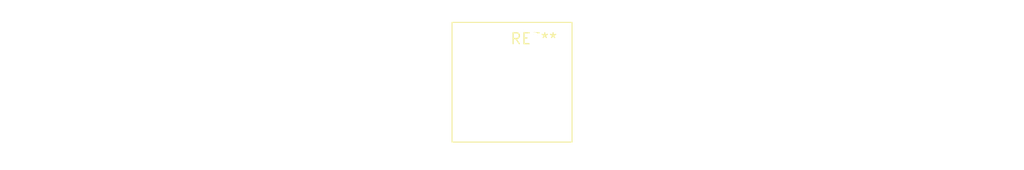
<source format=kicad_pcb>
(kicad_pcb (version 20240108) (generator pcbnew)
  (layers (0 "F.Cu" signal) (31 "B.Cu" signal) (34 "B.Paste" user) (35 "F.Paste" user) (36 "B.SilkS" user "B.Silkscreen") (37 "F.SilkS" user "F.Silkscreen") (38 "B.Mask" user) (39 "F.Mask" user) (44 "Edge.Cuts" user))
  (net 0 "")
  (footprint "SW_Cherry_MX_6.25u_PCB" (layer "F.Cu") (at 0 0)
    (property "Reference" "REF**")
    (property "Value" "SW_Cherry_MX_6.25u_PCB")
    (fp_line (start -9.525 -1.905) (end 4.445 -1.905) (layer "F.SilkS") (stroke (width 0.12)))
    (fp_line (start -9.525 12.065) (end -9.525 -1.905) (layer "F.SilkS") (stroke (width 0.12)))
    (fp_line (start 4.445 -1.905) (end 4.445 12.065) (layer "F.SilkS") (stroke (width 0.12)))
    (fp_line (start 4.445 12.065) (end -9.525 12.065) (layer "F.SilkS") (stroke (width 0.12)))
    (pad "" np_thru_hole circle (at -52.54 -1.92) (size 3.05 3.05) (drill 3.05) (layers *.Cu *.Mask))
    (pad "" np_thru_hole circle (at -52.54 13.32) (size 4 4) (drill 4) (layers *.Cu *.Mask))
    (pad "" np_thru_hole circle (at -7.62 5.08) (size 1.7 1.7) (drill 1.7) (layers *.Cu *.Mask))
    (pad "" np_thru_hole circle (at -2.54 5.08) (size 4 4) (drill 4) (layers *.Cu *.Mask))
    (pad "" np_thru_hole circle (at 2.54 5.08) (size 1.7 1.7) (drill 1.7) (layers *.Cu *.Mask))
    (pad "" np_thru_hole circle (at 47.46 -1.92) (size 3.05 3.05) (drill 3.05) (layers *.Cu *.Mask))
    (pad "" np_thru_hole circle (at 47.46 13.32) (size 4 4) (drill 4) (layers *.Cu *.Mask))
    (pad "1" thru_hole circle (at 0 0) (size 2.2 2.2) (drill 1.5) (layers *.Cu *.Mask) (remove_unused_layers))
    (pad "2" thru_hole circle (at -6.35 2.54) (size 2.2 2.2) (drill 1.5) (layers *.Cu *.Mask) (remove_unused_layers))
  )
)
</source>
